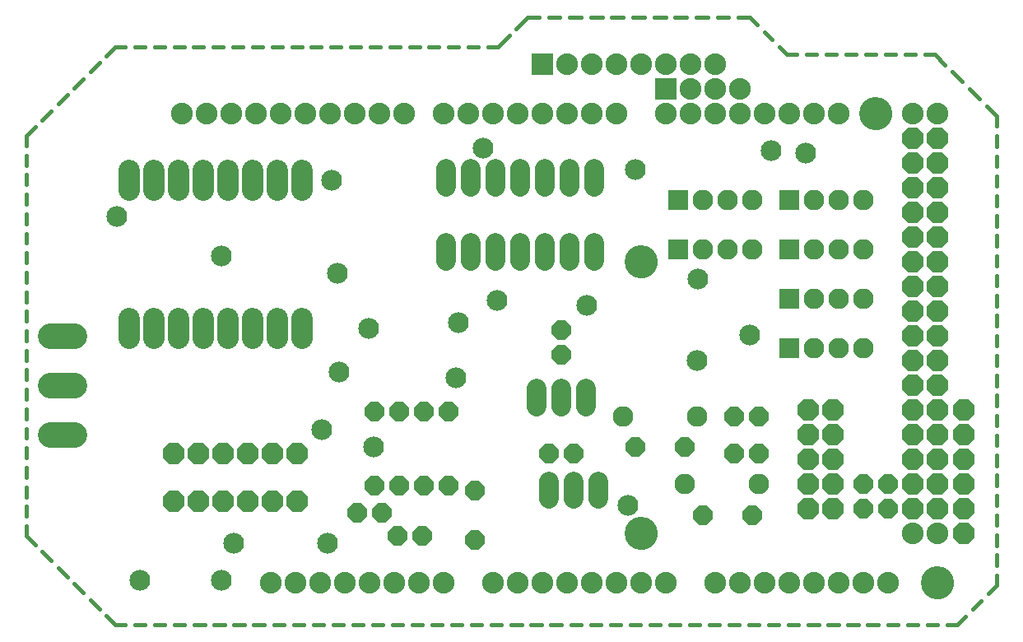
<source format=gbs>
G75*
%MOIN*%
%OFA0B0*%
%FSLAX25Y25*%
%IPPOS*%
%LPD*%
%AMOC8*
5,1,8,0,0,1.08239X$1,22.5*
%
%ADD10C,0.01600*%
%ADD11OC8,0.08800*%
%ADD12OC8,0.08000*%
%ADD13C,0.08343*%
%ADD14C,0.08000*%
%ADD15R,0.08343X0.08343*%
%ADD16C,0.08800*%
%ADD17C,0.00000*%
%ADD18C,0.13398*%
%ADD19C,0.10300*%
%ADD20C,0.08800*%
%ADD21R,0.08800X0.08800*%
%ADD22C,0.08400*%
D10*
X0083669Y0064144D02*
X0087349Y0060464D01*
X0090133Y0057680D02*
X0093813Y0054000D01*
X0097898Y0054000D01*
X0101835Y0054000D02*
X0105920Y0054000D01*
X0109857Y0054000D02*
X0113941Y0054000D01*
X0117878Y0054000D02*
X0121963Y0054000D01*
X0125900Y0054000D02*
X0129985Y0054000D01*
X0133922Y0054000D02*
X0138007Y0054000D01*
X0141944Y0054000D02*
X0146029Y0054000D01*
X0149966Y0054000D02*
X0154050Y0054000D01*
X0157987Y0054000D02*
X0162072Y0054000D01*
X0166009Y0054000D02*
X0170094Y0054000D01*
X0174031Y0054000D02*
X0178116Y0054000D01*
X0182053Y0054000D02*
X0186137Y0054000D01*
X0190074Y0054000D02*
X0194159Y0054000D01*
X0198096Y0054000D02*
X0202181Y0054000D01*
X0206118Y0054000D02*
X0210203Y0054000D01*
X0214140Y0054000D02*
X0218225Y0054000D01*
X0222162Y0054000D02*
X0226246Y0054000D01*
X0230183Y0054000D02*
X0234268Y0054000D01*
X0238205Y0054000D02*
X0242290Y0054000D01*
X0246227Y0054000D02*
X0250312Y0054000D01*
X0254249Y0054000D02*
X0258334Y0054000D01*
X0262271Y0054000D02*
X0266355Y0054000D01*
X0270292Y0054000D02*
X0274377Y0054000D01*
X0278314Y0054000D02*
X0282399Y0054000D01*
X0286336Y0054000D02*
X0290421Y0054000D01*
X0294358Y0054000D02*
X0298443Y0054000D01*
X0302380Y0054000D02*
X0306464Y0054000D01*
X0310401Y0054000D02*
X0314486Y0054000D01*
X0318423Y0054000D02*
X0322508Y0054000D01*
X0326445Y0054000D02*
X0330530Y0054000D01*
X0334467Y0054000D02*
X0338552Y0054000D01*
X0342489Y0054000D02*
X0346573Y0054000D01*
X0350510Y0054000D02*
X0354595Y0054000D01*
X0358532Y0054000D02*
X0362617Y0054000D01*
X0366554Y0054000D02*
X0370639Y0054000D01*
X0374576Y0054000D02*
X0378660Y0054000D01*
X0382597Y0054000D02*
X0386682Y0054000D01*
X0390619Y0054000D02*
X0394704Y0054000D01*
X0398641Y0054000D02*
X0402726Y0054000D01*
X0406663Y0054000D02*
X0410748Y0054000D01*
X0414685Y0054000D02*
X0418769Y0054000D01*
X0422706Y0054000D02*
X0426791Y0054000D01*
X0430728Y0054000D02*
X0434813Y0054000D01*
X0438290Y0057477D01*
X0441074Y0060261D02*
X0444552Y0063739D01*
X0447336Y0066523D02*
X0450813Y0070000D01*
X0450813Y0074144D01*
X0450813Y0078081D02*
X0450813Y0082224D01*
X0450813Y0086161D02*
X0450813Y0090305D01*
X0450813Y0094242D02*
X0450813Y0098386D01*
X0450813Y0102323D02*
X0450813Y0106467D01*
X0450813Y0110404D02*
X0450813Y0114547D01*
X0450813Y0118484D02*
X0450813Y0122628D01*
X0450813Y0126565D02*
X0450813Y0130709D01*
X0450813Y0134646D02*
X0450813Y0138789D01*
X0450813Y0142726D02*
X0450813Y0146870D01*
X0450813Y0150807D02*
X0450813Y0154951D01*
X0450813Y0158888D02*
X0450813Y0163031D01*
X0450813Y0166969D02*
X0450813Y0171112D01*
X0450813Y0175049D02*
X0450813Y0179193D01*
X0450813Y0183130D02*
X0450813Y0187274D01*
X0450813Y0191211D02*
X0450813Y0195354D01*
X0450813Y0199291D02*
X0450813Y0203435D01*
X0450813Y0207372D02*
X0450813Y0211516D01*
X0450813Y0215453D02*
X0450813Y0219596D01*
X0450813Y0223533D02*
X0450813Y0227677D01*
X0450813Y0231614D02*
X0450813Y0235758D01*
X0450813Y0239695D02*
X0450813Y0243839D01*
X0450813Y0247776D02*
X0450813Y0251919D01*
X0450813Y0255856D02*
X0450813Y0260000D01*
X0446651Y0264162D01*
X0443867Y0266946D02*
X0439705Y0271108D01*
X0436921Y0273892D02*
X0432759Y0278054D01*
X0429975Y0280838D02*
X0425813Y0285000D01*
X0421758Y0285000D01*
X0417821Y0285000D02*
X0413766Y0285000D01*
X0409829Y0285000D02*
X0405774Y0285000D01*
X0401837Y0285000D02*
X0397782Y0285000D01*
X0393845Y0285000D02*
X0389789Y0285000D01*
X0385852Y0285000D02*
X0381797Y0285000D01*
X0377860Y0285000D02*
X0373805Y0285000D01*
X0369868Y0285000D02*
X0365813Y0285000D01*
X0362669Y0288144D01*
X0359885Y0290928D02*
X0356741Y0294072D01*
X0353957Y0296856D02*
X0350813Y0300000D01*
X0346210Y0300000D01*
X0342273Y0300000D02*
X0337671Y0300000D01*
X0333734Y0300000D02*
X0329131Y0300000D01*
X0325194Y0300000D02*
X0320591Y0300000D01*
X0316654Y0300000D02*
X0312051Y0300000D01*
X0308114Y0300000D02*
X0303512Y0300000D01*
X0299575Y0300000D02*
X0294972Y0300000D01*
X0291035Y0300000D02*
X0286432Y0300000D01*
X0282495Y0300000D02*
X0277892Y0300000D01*
X0273955Y0300000D02*
X0269353Y0300000D01*
X0265416Y0300000D02*
X0260813Y0300000D01*
X0256205Y0295392D01*
X0253421Y0292608D02*
X0248813Y0288000D01*
X0244803Y0288000D01*
X0240866Y0288000D02*
X0236856Y0288000D01*
X0232919Y0288000D02*
X0228909Y0288000D01*
X0224972Y0288000D02*
X0220963Y0288000D01*
X0217026Y0288000D02*
X0213016Y0288000D01*
X0209079Y0288000D02*
X0205069Y0288000D01*
X0201132Y0288000D02*
X0197122Y0288000D01*
X0193185Y0288000D02*
X0189175Y0288000D01*
X0185238Y0288000D02*
X0181228Y0288000D01*
X0177291Y0288000D02*
X0173282Y0288000D01*
X0169345Y0288000D02*
X0165335Y0288000D01*
X0161398Y0288000D02*
X0157388Y0288000D01*
X0153451Y0288000D02*
X0149441Y0288000D01*
X0145504Y0288000D02*
X0141494Y0288000D01*
X0137557Y0288000D02*
X0133547Y0288000D01*
X0129610Y0288000D02*
X0125600Y0288000D01*
X0121663Y0288000D02*
X0117654Y0288000D01*
X0113717Y0288000D02*
X0109707Y0288000D01*
X0105770Y0288000D02*
X0101760Y0288000D01*
X0097823Y0288000D02*
X0093813Y0288000D01*
X0090133Y0284320D01*
X0087349Y0281536D02*
X0083669Y0277856D01*
X0080885Y0275072D02*
X0077205Y0271392D01*
X0074421Y0268608D02*
X0070741Y0264928D01*
X0067957Y0262144D02*
X0064277Y0258464D01*
X0061493Y0255680D02*
X0057813Y0252000D01*
X0057813Y0248035D01*
X0057813Y0244098D02*
X0057813Y0240133D01*
X0057813Y0236196D02*
X0057813Y0232232D01*
X0057813Y0228295D02*
X0057813Y0224330D01*
X0057813Y0220393D02*
X0057813Y0216428D01*
X0057813Y0212491D02*
X0057813Y0208526D01*
X0057813Y0204589D02*
X0057813Y0200625D01*
X0057813Y0196688D02*
X0057813Y0192723D01*
X0057813Y0188786D02*
X0057813Y0184821D01*
X0057813Y0180884D02*
X0057813Y0176919D01*
X0057813Y0172982D02*
X0057813Y0169018D01*
X0057813Y0165081D02*
X0057813Y0161116D01*
X0057813Y0157179D02*
X0057813Y0153214D01*
X0057813Y0149277D02*
X0057813Y0145312D01*
X0057813Y0141375D02*
X0057813Y0137411D01*
X0057813Y0133474D02*
X0057813Y0129509D01*
X0057813Y0125572D02*
X0057813Y0121607D01*
X0057813Y0117670D02*
X0057813Y0113705D01*
X0057813Y0109768D02*
X0057813Y0105804D01*
X0057813Y0101867D02*
X0057813Y0097902D01*
X0057813Y0093965D02*
X0057813Y0090000D01*
X0061493Y0086320D01*
X0064277Y0083536D02*
X0067957Y0079856D01*
X0070741Y0077072D02*
X0074421Y0073392D01*
X0077205Y0070608D02*
X0080885Y0066928D01*
D11*
X0117313Y0104000D03*
X0127313Y0104000D03*
X0137313Y0104000D03*
X0147313Y0104000D03*
X0157313Y0104000D03*
X0167313Y0104000D03*
X0167313Y0123500D03*
X0157313Y0123500D03*
X0147313Y0123500D03*
X0137313Y0123500D03*
X0127313Y0123500D03*
X0117313Y0123500D03*
X0374313Y0121000D03*
X0384313Y0121000D03*
X0384313Y0111000D03*
X0374313Y0111000D03*
X0374313Y0101000D03*
X0384313Y0101000D03*
X0416813Y0101000D03*
X0426813Y0101000D03*
X0437313Y0101000D03*
X0437313Y0091000D03*
X0437313Y0111000D03*
X0426813Y0111000D03*
X0416813Y0111000D03*
X0416813Y0121000D03*
X0426813Y0121000D03*
X0437313Y0121000D03*
X0437313Y0131000D03*
X0426813Y0131000D03*
X0416813Y0131000D03*
X0416813Y0141000D03*
X0426813Y0141000D03*
X0437313Y0141000D03*
X0426813Y0151000D03*
X0416813Y0151000D03*
X0416813Y0161000D03*
X0426813Y0161000D03*
X0426813Y0171000D03*
X0416813Y0171000D03*
X0416813Y0181000D03*
X0426813Y0181000D03*
X0426813Y0191000D03*
X0416813Y0191000D03*
X0416813Y0201000D03*
X0426813Y0201000D03*
X0426813Y0211000D03*
X0416813Y0211000D03*
X0416813Y0221000D03*
X0426813Y0221000D03*
X0426813Y0231000D03*
X0416813Y0231000D03*
X0416813Y0241000D03*
X0426813Y0241000D03*
X0426813Y0251000D03*
X0416813Y0251000D03*
X0384313Y0141000D03*
X0374313Y0141000D03*
X0374313Y0131000D03*
X0384313Y0131000D03*
D12*
X0396813Y0111000D03*
X0406813Y0111000D03*
X0406813Y0101000D03*
X0396813Y0101000D03*
X0354313Y0123500D03*
X0344313Y0123500D03*
X0344313Y0138500D03*
X0354313Y0138500D03*
X0324313Y0126000D03*
X0304313Y0126000D03*
X0279313Y0123500D03*
X0269313Y0123500D03*
X0239313Y0108500D03*
X0228813Y0110500D03*
X0218813Y0110500D03*
X0208813Y0110500D03*
X0198813Y0110500D03*
X0201813Y0099500D03*
X0191813Y0099500D03*
X0208063Y0090000D03*
X0218063Y0090000D03*
X0239313Y0088500D03*
X0228813Y0140500D03*
X0218813Y0140500D03*
X0208813Y0140500D03*
X0198813Y0140500D03*
X0274313Y0163500D03*
X0274313Y0173500D03*
X0331813Y0098500D03*
X0351813Y0098500D03*
D13*
X0354313Y0111000D03*
X0324313Y0111000D03*
X0329313Y0138500D03*
X0299313Y0138500D03*
X0376813Y0166000D03*
X0386813Y0166000D03*
X0396813Y0166000D03*
X0396813Y0186000D03*
X0386813Y0186000D03*
X0376813Y0186000D03*
X0376813Y0206000D03*
X0386813Y0206000D03*
X0396813Y0206000D03*
X0396813Y0226000D03*
X0386813Y0226000D03*
X0376813Y0226000D03*
X0351813Y0226000D03*
X0341813Y0226000D03*
X0331813Y0226000D03*
X0331813Y0206000D03*
X0341813Y0206000D03*
X0351813Y0206000D03*
D14*
X0287813Y0208600D02*
X0287813Y0201400D01*
X0277813Y0201400D02*
X0277813Y0208600D01*
X0267813Y0208600D02*
X0267813Y0201400D01*
X0257813Y0201400D02*
X0257813Y0208600D01*
X0247813Y0208600D02*
X0247813Y0201400D01*
X0237813Y0201400D02*
X0237813Y0208600D01*
X0227813Y0208600D02*
X0227813Y0201400D01*
X0227813Y0231400D02*
X0227813Y0238600D01*
X0237813Y0238600D02*
X0237813Y0231400D01*
X0247813Y0231400D02*
X0247813Y0238600D01*
X0257813Y0238600D02*
X0257813Y0231400D01*
X0267813Y0231400D02*
X0267813Y0238600D01*
X0277813Y0238600D02*
X0277813Y0231400D01*
X0287813Y0231400D02*
X0287813Y0238600D01*
X0284313Y0149600D02*
X0284313Y0142400D01*
X0274313Y0142400D02*
X0274313Y0149600D01*
X0264313Y0149600D02*
X0264313Y0142400D01*
X0269313Y0112100D02*
X0269313Y0104900D01*
X0279313Y0104900D02*
X0279313Y0112100D01*
X0289313Y0112100D02*
X0289313Y0104900D01*
D15*
X0366813Y0166000D03*
X0366813Y0186000D03*
X0366813Y0206000D03*
X0366813Y0226000D03*
X0321813Y0226000D03*
X0321813Y0206000D03*
D16*
X0316813Y0261000D03*
X0326813Y0261000D03*
X0336813Y0261000D03*
X0346813Y0261000D03*
X0356813Y0261000D03*
X0366813Y0261000D03*
X0376813Y0261000D03*
X0386813Y0261000D03*
X0416813Y0261000D03*
X0426813Y0261000D03*
X0346813Y0271000D03*
X0336813Y0271000D03*
X0326813Y0271000D03*
X0326813Y0281000D03*
X0316813Y0281000D03*
X0306813Y0281000D03*
X0296813Y0281000D03*
X0286813Y0281000D03*
X0276813Y0281000D03*
X0276813Y0261000D03*
X0266813Y0261000D03*
X0256813Y0261000D03*
X0246813Y0261000D03*
X0236813Y0261000D03*
X0226813Y0261000D03*
X0210813Y0261000D03*
X0200813Y0261000D03*
X0190813Y0261000D03*
X0180813Y0261000D03*
X0170813Y0261000D03*
X0160813Y0261000D03*
X0150813Y0261000D03*
X0140813Y0261000D03*
X0130813Y0261000D03*
X0120813Y0261000D03*
X0286813Y0261000D03*
X0296813Y0261000D03*
X0336813Y0281000D03*
X0416813Y0091000D03*
X0426813Y0091000D03*
X0406813Y0071000D03*
X0396813Y0071000D03*
X0386813Y0071000D03*
X0376813Y0071000D03*
X0366813Y0071000D03*
X0356813Y0071000D03*
X0346813Y0071000D03*
X0336813Y0071000D03*
X0316813Y0071000D03*
X0306813Y0071000D03*
X0296813Y0071000D03*
X0286813Y0071000D03*
X0276813Y0071000D03*
X0266813Y0071000D03*
X0256813Y0071000D03*
X0246813Y0071000D03*
X0226813Y0071000D03*
X0216813Y0071000D03*
X0206813Y0071000D03*
X0196813Y0071000D03*
X0186813Y0071000D03*
X0176813Y0071000D03*
X0166813Y0071000D03*
X0156813Y0071000D03*
D17*
X0300514Y0091000D02*
X0300516Y0091158D01*
X0300522Y0091316D01*
X0300532Y0091474D01*
X0300546Y0091632D01*
X0300564Y0091789D01*
X0300585Y0091946D01*
X0300611Y0092102D01*
X0300641Y0092258D01*
X0300674Y0092413D01*
X0300712Y0092566D01*
X0300753Y0092719D01*
X0300798Y0092871D01*
X0300847Y0093022D01*
X0300900Y0093171D01*
X0300956Y0093319D01*
X0301016Y0093465D01*
X0301080Y0093610D01*
X0301148Y0093753D01*
X0301219Y0093895D01*
X0301293Y0094035D01*
X0301371Y0094172D01*
X0301453Y0094308D01*
X0301537Y0094442D01*
X0301626Y0094573D01*
X0301717Y0094702D01*
X0301812Y0094829D01*
X0301909Y0094954D01*
X0302010Y0095076D01*
X0302114Y0095195D01*
X0302221Y0095312D01*
X0302331Y0095426D01*
X0302444Y0095537D01*
X0302559Y0095646D01*
X0302677Y0095751D01*
X0302798Y0095853D01*
X0302921Y0095953D01*
X0303047Y0096049D01*
X0303175Y0096142D01*
X0303305Y0096232D01*
X0303438Y0096318D01*
X0303573Y0096402D01*
X0303709Y0096481D01*
X0303848Y0096558D01*
X0303989Y0096630D01*
X0304131Y0096700D01*
X0304275Y0096765D01*
X0304421Y0096827D01*
X0304568Y0096885D01*
X0304717Y0096940D01*
X0304867Y0096991D01*
X0305018Y0097038D01*
X0305170Y0097081D01*
X0305323Y0097120D01*
X0305478Y0097156D01*
X0305633Y0097187D01*
X0305789Y0097215D01*
X0305945Y0097239D01*
X0306102Y0097259D01*
X0306260Y0097275D01*
X0306417Y0097287D01*
X0306576Y0097295D01*
X0306734Y0097299D01*
X0306892Y0097299D01*
X0307050Y0097295D01*
X0307209Y0097287D01*
X0307366Y0097275D01*
X0307524Y0097259D01*
X0307681Y0097239D01*
X0307837Y0097215D01*
X0307993Y0097187D01*
X0308148Y0097156D01*
X0308303Y0097120D01*
X0308456Y0097081D01*
X0308608Y0097038D01*
X0308759Y0096991D01*
X0308909Y0096940D01*
X0309058Y0096885D01*
X0309205Y0096827D01*
X0309351Y0096765D01*
X0309495Y0096700D01*
X0309637Y0096630D01*
X0309778Y0096558D01*
X0309917Y0096481D01*
X0310053Y0096402D01*
X0310188Y0096318D01*
X0310321Y0096232D01*
X0310451Y0096142D01*
X0310579Y0096049D01*
X0310705Y0095953D01*
X0310828Y0095853D01*
X0310949Y0095751D01*
X0311067Y0095646D01*
X0311182Y0095537D01*
X0311295Y0095426D01*
X0311405Y0095312D01*
X0311512Y0095195D01*
X0311616Y0095076D01*
X0311717Y0094954D01*
X0311814Y0094829D01*
X0311909Y0094702D01*
X0312000Y0094573D01*
X0312089Y0094442D01*
X0312173Y0094308D01*
X0312255Y0094172D01*
X0312333Y0094035D01*
X0312407Y0093895D01*
X0312478Y0093753D01*
X0312546Y0093610D01*
X0312610Y0093465D01*
X0312670Y0093319D01*
X0312726Y0093171D01*
X0312779Y0093022D01*
X0312828Y0092871D01*
X0312873Y0092719D01*
X0312914Y0092566D01*
X0312952Y0092413D01*
X0312985Y0092258D01*
X0313015Y0092102D01*
X0313041Y0091946D01*
X0313062Y0091789D01*
X0313080Y0091632D01*
X0313094Y0091474D01*
X0313104Y0091316D01*
X0313110Y0091158D01*
X0313112Y0091000D01*
X0313110Y0090842D01*
X0313104Y0090684D01*
X0313094Y0090526D01*
X0313080Y0090368D01*
X0313062Y0090211D01*
X0313041Y0090054D01*
X0313015Y0089898D01*
X0312985Y0089742D01*
X0312952Y0089587D01*
X0312914Y0089434D01*
X0312873Y0089281D01*
X0312828Y0089129D01*
X0312779Y0088978D01*
X0312726Y0088829D01*
X0312670Y0088681D01*
X0312610Y0088535D01*
X0312546Y0088390D01*
X0312478Y0088247D01*
X0312407Y0088105D01*
X0312333Y0087965D01*
X0312255Y0087828D01*
X0312173Y0087692D01*
X0312089Y0087558D01*
X0312000Y0087427D01*
X0311909Y0087298D01*
X0311814Y0087171D01*
X0311717Y0087046D01*
X0311616Y0086924D01*
X0311512Y0086805D01*
X0311405Y0086688D01*
X0311295Y0086574D01*
X0311182Y0086463D01*
X0311067Y0086354D01*
X0310949Y0086249D01*
X0310828Y0086147D01*
X0310705Y0086047D01*
X0310579Y0085951D01*
X0310451Y0085858D01*
X0310321Y0085768D01*
X0310188Y0085682D01*
X0310053Y0085598D01*
X0309917Y0085519D01*
X0309778Y0085442D01*
X0309637Y0085370D01*
X0309495Y0085300D01*
X0309351Y0085235D01*
X0309205Y0085173D01*
X0309058Y0085115D01*
X0308909Y0085060D01*
X0308759Y0085009D01*
X0308608Y0084962D01*
X0308456Y0084919D01*
X0308303Y0084880D01*
X0308148Y0084844D01*
X0307993Y0084813D01*
X0307837Y0084785D01*
X0307681Y0084761D01*
X0307524Y0084741D01*
X0307366Y0084725D01*
X0307209Y0084713D01*
X0307050Y0084705D01*
X0306892Y0084701D01*
X0306734Y0084701D01*
X0306576Y0084705D01*
X0306417Y0084713D01*
X0306260Y0084725D01*
X0306102Y0084741D01*
X0305945Y0084761D01*
X0305789Y0084785D01*
X0305633Y0084813D01*
X0305478Y0084844D01*
X0305323Y0084880D01*
X0305170Y0084919D01*
X0305018Y0084962D01*
X0304867Y0085009D01*
X0304717Y0085060D01*
X0304568Y0085115D01*
X0304421Y0085173D01*
X0304275Y0085235D01*
X0304131Y0085300D01*
X0303989Y0085370D01*
X0303848Y0085442D01*
X0303709Y0085519D01*
X0303573Y0085598D01*
X0303438Y0085682D01*
X0303305Y0085768D01*
X0303175Y0085858D01*
X0303047Y0085951D01*
X0302921Y0086047D01*
X0302798Y0086147D01*
X0302677Y0086249D01*
X0302559Y0086354D01*
X0302444Y0086463D01*
X0302331Y0086574D01*
X0302221Y0086688D01*
X0302114Y0086805D01*
X0302010Y0086924D01*
X0301909Y0087046D01*
X0301812Y0087171D01*
X0301717Y0087298D01*
X0301626Y0087427D01*
X0301537Y0087558D01*
X0301453Y0087692D01*
X0301371Y0087828D01*
X0301293Y0087965D01*
X0301219Y0088105D01*
X0301148Y0088247D01*
X0301080Y0088390D01*
X0301016Y0088535D01*
X0300956Y0088681D01*
X0300900Y0088829D01*
X0300847Y0088978D01*
X0300798Y0089129D01*
X0300753Y0089281D01*
X0300712Y0089434D01*
X0300674Y0089587D01*
X0300641Y0089742D01*
X0300611Y0089898D01*
X0300585Y0090054D01*
X0300564Y0090211D01*
X0300546Y0090368D01*
X0300532Y0090526D01*
X0300522Y0090684D01*
X0300516Y0090842D01*
X0300514Y0091000D01*
X0420514Y0071000D02*
X0420516Y0071158D01*
X0420522Y0071316D01*
X0420532Y0071474D01*
X0420546Y0071632D01*
X0420564Y0071789D01*
X0420585Y0071946D01*
X0420611Y0072102D01*
X0420641Y0072258D01*
X0420674Y0072413D01*
X0420712Y0072566D01*
X0420753Y0072719D01*
X0420798Y0072871D01*
X0420847Y0073022D01*
X0420900Y0073171D01*
X0420956Y0073319D01*
X0421016Y0073465D01*
X0421080Y0073610D01*
X0421148Y0073753D01*
X0421219Y0073895D01*
X0421293Y0074035D01*
X0421371Y0074172D01*
X0421453Y0074308D01*
X0421537Y0074442D01*
X0421626Y0074573D01*
X0421717Y0074702D01*
X0421812Y0074829D01*
X0421909Y0074954D01*
X0422010Y0075076D01*
X0422114Y0075195D01*
X0422221Y0075312D01*
X0422331Y0075426D01*
X0422444Y0075537D01*
X0422559Y0075646D01*
X0422677Y0075751D01*
X0422798Y0075853D01*
X0422921Y0075953D01*
X0423047Y0076049D01*
X0423175Y0076142D01*
X0423305Y0076232D01*
X0423438Y0076318D01*
X0423573Y0076402D01*
X0423709Y0076481D01*
X0423848Y0076558D01*
X0423989Y0076630D01*
X0424131Y0076700D01*
X0424275Y0076765D01*
X0424421Y0076827D01*
X0424568Y0076885D01*
X0424717Y0076940D01*
X0424867Y0076991D01*
X0425018Y0077038D01*
X0425170Y0077081D01*
X0425323Y0077120D01*
X0425478Y0077156D01*
X0425633Y0077187D01*
X0425789Y0077215D01*
X0425945Y0077239D01*
X0426102Y0077259D01*
X0426260Y0077275D01*
X0426417Y0077287D01*
X0426576Y0077295D01*
X0426734Y0077299D01*
X0426892Y0077299D01*
X0427050Y0077295D01*
X0427209Y0077287D01*
X0427366Y0077275D01*
X0427524Y0077259D01*
X0427681Y0077239D01*
X0427837Y0077215D01*
X0427993Y0077187D01*
X0428148Y0077156D01*
X0428303Y0077120D01*
X0428456Y0077081D01*
X0428608Y0077038D01*
X0428759Y0076991D01*
X0428909Y0076940D01*
X0429058Y0076885D01*
X0429205Y0076827D01*
X0429351Y0076765D01*
X0429495Y0076700D01*
X0429637Y0076630D01*
X0429778Y0076558D01*
X0429917Y0076481D01*
X0430053Y0076402D01*
X0430188Y0076318D01*
X0430321Y0076232D01*
X0430451Y0076142D01*
X0430579Y0076049D01*
X0430705Y0075953D01*
X0430828Y0075853D01*
X0430949Y0075751D01*
X0431067Y0075646D01*
X0431182Y0075537D01*
X0431295Y0075426D01*
X0431405Y0075312D01*
X0431512Y0075195D01*
X0431616Y0075076D01*
X0431717Y0074954D01*
X0431814Y0074829D01*
X0431909Y0074702D01*
X0432000Y0074573D01*
X0432089Y0074442D01*
X0432173Y0074308D01*
X0432255Y0074172D01*
X0432333Y0074035D01*
X0432407Y0073895D01*
X0432478Y0073753D01*
X0432546Y0073610D01*
X0432610Y0073465D01*
X0432670Y0073319D01*
X0432726Y0073171D01*
X0432779Y0073022D01*
X0432828Y0072871D01*
X0432873Y0072719D01*
X0432914Y0072566D01*
X0432952Y0072413D01*
X0432985Y0072258D01*
X0433015Y0072102D01*
X0433041Y0071946D01*
X0433062Y0071789D01*
X0433080Y0071632D01*
X0433094Y0071474D01*
X0433104Y0071316D01*
X0433110Y0071158D01*
X0433112Y0071000D01*
X0433110Y0070842D01*
X0433104Y0070684D01*
X0433094Y0070526D01*
X0433080Y0070368D01*
X0433062Y0070211D01*
X0433041Y0070054D01*
X0433015Y0069898D01*
X0432985Y0069742D01*
X0432952Y0069587D01*
X0432914Y0069434D01*
X0432873Y0069281D01*
X0432828Y0069129D01*
X0432779Y0068978D01*
X0432726Y0068829D01*
X0432670Y0068681D01*
X0432610Y0068535D01*
X0432546Y0068390D01*
X0432478Y0068247D01*
X0432407Y0068105D01*
X0432333Y0067965D01*
X0432255Y0067828D01*
X0432173Y0067692D01*
X0432089Y0067558D01*
X0432000Y0067427D01*
X0431909Y0067298D01*
X0431814Y0067171D01*
X0431717Y0067046D01*
X0431616Y0066924D01*
X0431512Y0066805D01*
X0431405Y0066688D01*
X0431295Y0066574D01*
X0431182Y0066463D01*
X0431067Y0066354D01*
X0430949Y0066249D01*
X0430828Y0066147D01*
X0430705Y0066047D01*
X0430579Y0065951D01*
X0430451Y0065858D01*
X0430321Y0065768D01*
X0430188Y0065682D01*
X0430053Y0065598D01*
X0429917Y0065519D01*
X0429778Y0065442D01*
X0429637Y0065370D01*
X0429495Y0065300D01*
X0429351Y0065235D01*
X0429205Y0065173D01*
X0429058Y0065115D01*
X0428909Y0065060D01*
X0428759Y0065009D01*
X0428608Y0064962D01*
X0428456Y0064919D01*
X0428303Y0064880D01*
X0428148Y0064844D01*
X0427993Y0064813D01*
X0427837Y0064785D01*
X0427681Y0064761D01*
X0427524Y0064741D01*
X0427366Y0064725D01*
X0427209Y0064713D01*
X0427050Y0064705D01*
X0426892Y0064701D01*
X0426734Y0064701D01*
X0426576Y0064705D01*
X0426417Y0064713D01*
X0426260Y0064725D01*
X0426102Y0064741D01*
X0425945Y0064761D01*
X0425789Y0064785D01*
X0425633Y0064813D01*
X0425478Y0064844D01*
X0425323Y0064880D01*
X0425170Y0064919D01*
X0425018Y0064962D01*
X0424867Y0065009D01*
X0424717Y0065060D01*
X0424568Y0065115D01*
X0424421Y0065173D01*
X0424275Y0065235D01*
X0424131Y0065300D01*
X0423989Y0065370D01*
X0423848Y0065442D01*
X0423709Y0065519D01*
X0423573Y0065598D01*
X0423438Y0065682D01*
X0423305Y0065768D01*
X0423175Y0065858D01*
X0423047Y0065951D01*
X0422921Y0066047D01*
X0422798Y0066147D01*
X0422677Y0066249D01*
X0422559Y0066354D01*
X0422444Y0066463D01*
X0422331Y0066574D01*
X0422221Y0066688D01*
X0422114Y0066805D01*
X0422010Y0066924D01*
X0421909Y0067046D01*
X0421812Y0067171D01*
X0421717Y0067298D01*
X0421626Y0067427D01*
X0421537Y0067558D01*
X0421453Y0067692D01*
X0421371Y0067828D01*
X0421293Y0067965D01*
X0421219Y0068105D01*
X0421148Y0068247D01*
X0421080Y0068390D01*
X0421016Y0068535D01*
X0420956Y0068681D01*
X0420900Y0068829D01*
X0420847Y0068978D01*
X0420798Y0069129D01*
X0420753Y0069281D01*
X0420712Y0069434D01*
X0420674Y0069587D01*
X0420641Y0069742D01*
X0420611Y0069898D01*
X0420585Y0070054D01*
X0420564Y0070211D01*
X0420546Y0070368D01*
X0420532Y0070526D01*
X0420522Y0070684D01*
X0420516Y0070842D01*
X0420514Y0071000D01*
X0300514Y0201000D02*
X0300516Y0201158D01*
X0300522Y0201316D01*
X0300532Y0201474D01*
X0300546Y0201632D01*
X0300564Y0201789D01*
X0300585Y0201946D01*
X0300611Y0202102D01*
X0300641Y0202258D01*
X0300674Y0202413D01*
X0300712Y0202566D01*
X0300753Y0202719D01*
X0300798Y0202871D01*
X0300847Y0203022D01*
X0300900Y0203171D01*
X0300956Y0203319D01*
X0301016Y0203465D01*
X0301080Y0203610D01*
X0301148Y0203753D01*
X0301219Y0203895D01*
X0301293Y0204035D01*
X0301371Y0204172D01*
X0301453Y0204308D01*
X0301537Y0204442D01*
X0301626Y0204573D01*
X0301717Y0204702D01*
X0301812Y0204829D01*
X0301909Y0204954D01*
X0302010Y0205076D01*
X0302114Y0205195D01*
X0302221Y0205312D01*
X0302331Y0205426D01*
X0302444Y0205537D01*
X0302559Y0205646D01*
X0302677Y0205751D01*
X0302798Y0205853D01*
X0302921Y0205953D01*
X0303047Y0206049D01*
X0303175Y0206142D01*
X0303305Y0206232D01*
X0303438Y0206318D01*
X0303573Y0206402D01*
X0303709Y0206481D01*
X0303848Y0206558D01*
X0303989Y0206630D01*
X0304131Y0206700D01*
X0304275Y0206765D01*
X0304421Y0206827D01*
X0304568Y0206885D01*
X0304717Y0206940D01*
X0304867Y0206991D01*
X0305018Y0207038D01*
X0305170Y0207081D01*
X0305323Y0207120D01*
X0305478Y0207156D01*
X0305633Y0207187D01*
X0305789Y0207215D01*
X0305945Y0207239D01*
X0306102Y0207259D01*
X0306260Y0207275D01*
X0306417Y0207287D01*
X0306576Y0207295D01*
X0306734Y0207299D01*
X0306892Y0207299D01*
X0307050Y0207295D01*
X0307209Y0207287D01*
X0307366Y0207275D01*
X0307524Y0207259D01*
X0307681Y0207239D01*
X0307837Y0207215D01*
X0307993Y0207187D01*
X0308148Y0207156D01*
X0308303Y0207120D01*
X0308456Y0207081D01*
X0308608Y0207038D01*
X0308759Y0206991D01*
X0308909Y0206940D01*
X0309058Y0206885D01*
X0309205Y0206827D01*
X0309351Y0206765D01*
X0309495Y0206700D01*
X0309637Y0206630D01*
X0309778Y0206558D01*
X0309917Y0206481D01*
X0310053Y0206402D01*
X0310188Y0206318D01*
X0310321Y0206232D01*
X0310451Y0206142D01*
X0310579Y0206049D01*
X0310705Y0205953D01*
X0310828Y0205853D01*
X0310949Y0205751D01*
X0311067Y0205646D01*
X0311182Y0205537D01*
X0311295Y0205426D01*
X0311405Y0205312D01*
X0311512Y0205195D01*
X0311616Y0205076D01*
X0311717Y0204954D01*
X0311814Y0204829D01*
X0311909Y0204702D01*
X0312000Y0204573D01*
X0312089Y0204442D01*
X0312173Y0204308D01*
X0312255Y0204172D01*
X0312333Y0204035D01*
X0312407Y0203895D01*
X0312478Y0203753D01*
X0312546Y0203610D01*
X0312610Y0203465D01*
X0312670Y0203319D01*
X0312726Y0203171D01*
X0312779Y0203022D01*
X0312828Y0202871D01*
X0312873Y0202719D01*
X0312914Y0202566D01*
X0312952Y0202413D01*
X0312985Y0202258D01*
X0313015Y0202102D01*
X0313041Y0201946D01*
X0313062Y0201789D01*
X0313080Y0201632D01*
X0313094Y0201474D01*
X0313104Y0201316D01*
X0313110Y0201158D01*
X0313112Y0201000D01*
X0313110Y0200842D01*
X0313104Y0200684D01*
X0313094Y0200526D01*
X0313080Y0200368D01*
X0313062Y0200211D01*
X0313041Y0200054D01*
X0313015Y0199898D01*
X0312985Y0199742D01*
X0312952Y0199587D01*
X0312914Y0199434D01*
X0312873Y0199281D01*
X0312828Y0199129D01*
X0312779Y0198978D01*
X0312726Y0198829D01*
X0312670Y0198681D01*
X0312610Y0198535D01*
X0312546Y0198390D01*
X0312478Y0198247D01*
X0312407Y0198105D01*
X0312333Y0197965D01*
X0312255Y0197828D01*
X0312173Y0197692D01*
X0312089Y0197558D01*
X0312000Y0197427D01*
X0311909Y0197298D01*
X0311814Y0197171D01*
X0311717Y0197046D01*
X0311616Y0196924D01*
X0311512Y0196805D01*
X0311405Y0196688D01*
X0311295Y0196574D01*
X0311182Y0196463D01*
X0311067Y0196354D01*
X0310949Y0196249D01*
X0310828Y0196147D01*
X0310705Y0196047D01*
X0310579Y0195951D01*
X0310451Y0195858D01*
X0310321Y0195768D01*
X0310188Y0195682D01*
X0310053Y0195598D01*
X0309917Y0195519D01*
X0309778Y0195442D01*
X0309637Y0195370D01*
X0309495Y0195300D01*
X0309351Y0195235D01*
X0309205Y0195173D01*
X0309058Y0195115D01*
X0308909Y0195060D01*
X0308759Y0195009D01*
X0308608Y0194962D01*
X0308456Y0194919D01*
X0308303Y0194880D01*
X0308148Y0194844D01*
X0307993Y0194813D01*
X0307837Y0194785D01*
X0307681Y0194761D01*
X0307524Y0194741D01*
X0307366Y0194725D01*
X0307209Y0194713D01*
X0307050Y0194705D01*
X0306892Y0194701D01*
X0306734Y0194701D01*
X0306576Y0194705D01*
X0306417Y0194713D01*
X0306260Y0194725D01*
X0306102Y0194741D01*
X0305945Y0194761D01*
X0305789Y0194785D01*
X0305633Y0194813D01*
X0305478Y0194844D01*
X0305323Y0194880D01*
X0305170Y0194919D01*
X0305018Y0194962D01*
X0304867Y0195009D01*
X0304717Y0195060D01*
X0304568Y0195115D01*
X0304421Y0195173D01*
X0304275Y0195235D01*
X0304131Y0195300D01*
X0303989Y0195370D01*
X0303848Y0195442D01*
X0303709Y0195519D01*
X0303573Y0195598D01*
X0303438Y0195682D01*
X0303305Y0195768D01*
X0303175Y0195858D01*
X0303047Y0195951D01*
X0302921Y0196047D01*
X0302798Y0196147D01*
X0302677Y0196249D01*
X0302559Y0196354D01*
X0302444Y0196463D01*
X0302331Y0196574D01*
X0302221Y0196688D01*
X0302114Y0196805D01*
X0302010Y0196924D01*
X0301909Y0197046D01*
X0301812Y0197171D01*
X0301717Y0197298D01*
X0301626Y0197427D01*
X0301537Y0197558D01*
X0301453Y0197692D01*
X0301371Y0197828D01*
X0301293Y0197965D01*
X0301219Y0198105D01*
X0301148Y0198247D01*
X0301080Y0198390D01*
X0301016Y0198535D01*
X0300956Y0198681D01*
X0300900Y0198829D01*
X0300847Y0198978D01*
X0300798Y0199129D01*
X0300753Y0199281D01*
X0300712Y0199434D01*
X0300674Y0199587D01*
X0300641Y0199742D01*
X0300611Y0199898D01*
X0300585Y0200054D01*
X0300564Y0200211D01*
X0300546Y0200368D01*
X0300532Y0200526D01*
X0300522Y0200684D01*
X0300516Y0200842D01*
X0300514Y0201000D01*
X0395514Y0261000D02*
X0395516Y0261158D01*
X0395522Y0261316D01*
X0395532Y0261474D01*
X0395546Y0261632D01*
X0395564Y0261789D01*
X0395585Y0261946D01*
X0395611Y0262102D01*
X0395641Y0262258D01*
X0395674Y0262413D01*
X0395712Y0262566D01*
X0395753Y0262719D01*
X0395798Y0262871D01*
X0395847Y0263022D01*
X0395900Y0263171D01*
X0395956Y0263319D01*
X0396016Y0263465D01*
X0396080Y0263610D01*
X0396148Y0263753D01*
X0396219Y0263895D01*
X0396293Y0264035D01*
X0396371Y0264172D01*
X0396453Y0264308D01*
X0396537Y0264442D01*
X0396626Y0264573D01*
X0396717Y0264702D01*
X0396812Y0264829D01*
X0396909Y0264954D01*
X0397010Y0265076D01*
X0397114Y0265195D01*
X0397221Y0265312D01*
X0397331Y0265426D01*
X0397444Y0265537D01*
X0397559Y0265646D01*
X0397677Y0265751D01*
X0397798Y0265853D01*
X0397921Y0265953D01*
X0398047Y0266049D01*
X0398175Y0266142D01*
X0398305Y0266232D01*
X0398438Y0266318D01*
X0398573Y0266402D01*
X0398709Y0266481D01*
X0398848Y0266558D01*
X0398989Y0266630D01*
X0399131Y0266700D01*
X0399275Y0266765D01*
X0399421Y0266827D01*
X0399568Y0266885D01*
X0399717Y0266940D01*
X0399867Y0266991D01*
X0400018Y0267038D01*
X0400170Y0267081D01*
X0400323Y0267120D01*
X0400478Y0267156D01*
X0400633Y0267187D01*
X0400789Y0267215D01*
X0400945Y0267239D01*
X0401102Y0267259D01*
X0401260Y0267275D01*
X0401417Y0267287D01*
X0401576Y0267295D01*
X0401734Y0267299D01*
X0401892Y0267299D01*
X0402050Y0267295D01*
X0402209Y0267287D01*
X0402366Y0267275D01*
X0402524Y0267259D01*
X0402681Y0267239D01*
X0402837Y0267215D01*
X0402993Y0267187D01*
X0403148Y0267156D01*
X0403303Y0267120D01*
X0403456Y0267081D01*
X0403608Y0267038D01*
X0403759Y0266991D01*
X0403909Y0266940D01*
X0404058Y0266885D01*
X0404205Y0266827D01*
X0404351Y0266765D01*
X0404495Y0266700D01*
X0404637Y0266630D01*
X0404778Y0266558D01*
X0404917Y0266481D01*
X0405053Y0266402D01*
X0405188Y0266318D01*
X0405321Y0266232D01*
X0405451Y0266142D01*
X0405579Y0266049D01*
X0405705Y0265953D01*
X0405828Y0265853D01*
X0405949Y0265751D01*
X0406067Y0265646D01*
X0406182Y0265537D01*
X0406295Y0265426D01*
X0406405Y0265312D01*
X0406512Y0265195D01*
X0406616Y0265076D01*
X0406717Y0264954D01*
X0406814Y0264829D01*
X0406909Y0264702D01*
X0407000Y0264573D01*
X0407089Y0264442D01*
X0407173Y0264308D01*
X0407255Y0264172D01*
X0407333Y0264035D01*
X0407407Y0263895D01*
X0407478Y0263753D01*
X0407546Y0263610D01*
X0407610Y0263465D01*
X0407670Y0263319D01*
X0407726Y0263171D01*
X0407779Y0263022D01*
X0407828Y0262871D01*
X0407873Y0262719D01*
X0407914Y0262566D01*
X0407952Y0262413D01*
X0407985Y0262258D01*
X0408015Y0262102D01*
X0408041Y0261946D01*
X0408062Y0261789D01*
X0408080Y0261632D01*
X0408094Y0261474D01*
X0408104Y0261316D01*
X0408110Y0261158D01*
X0408112Y0261000D01*
X0408110Y0260842D01*
X0408104Y0260684D01*
X0408094Y0260526D01*
X0408080Y0260368D01*
X0408062Y0260211D01*
X0408041Y0260054D01*
X0408015Y0259898D01*
X0407985Y0259742D01*
X0407952Y0259587D01*
X0407914Y0259434D01*
X0407873Y0259281D01*
X0407828Y0259129D01*
X0407779Y0258978D01*
X0407726Y0258829D01*
X0407670Y0258681D01*
X0407610Y0258535D01*
X0407546Y0258390D01*
X0407478Y0258247D01*
X0407407Y0258105D01*
X0407333Y0257965D01*
X0407255Y0257828D01*
X0407173Y0257692D01*
X0407089Y0257558D01*
X0407000Y0257427D01*
X0406909Y0257298D01*
X0406814Y0257171D01*
X0406717Y0257046D01*
X0406616Y0256924D01*
X0406512Y0256805D01*
X0406405Y0256688D01*
X0406295Y0256574D01*
X0406182Y0256463D01*
X0406067Y0256354D01*
X0405949Y0256249D01*
X0405828Y0256147D01*
X0405705Y0256047D01*
X0405579Y0255951D01*
X0405451Y0255858D01*
X0405321Y0255768D01*
X0405188Y0255682D01*
X0405053Y0255598D01*
X0404917Y0255519D01*
X0404778Y0255442D01*
X0404637Y0255370D01*
X0404495Y0255300D01*
X0404351Y0255235D01*
X0404205Y0255173D01*
X0404058Y0255115D01*
X0403909Y0255060D01*
X0403759Y0255009D01*
X0403608Y0254962D01*
X0403456Y0254919D01*
X0403303Y0254880D01*
X0403148Y0254844D01*
X0402993Y0254813D01*
X0402837Y0254785D01*
X0402681Y0254761D01*
X0402524Y0254741D01*
X0402366Y0254725D01*
X0402209Y0254713D01*
X0402050Y0254705D01*
X0401892Y0254701D01*
X0401734Y0254701D01*
X0401576Y0254705D01*
X0401417Y0254713D01*
X0401260Y0254725D01*
X0401102Y0254741D01*
X0400945Y0254761D01*
X0400789Y0254785D01*
X0400633Y0254813D01*
X0400478Y0254844D01*
X0400323Y0254880D01*
X0400170Y0254919D01*
X0400018Y0254962D01*
X0399867Y0255009D01*
X0399717Y0255060D01*
X0399568Y0255115D01*
X0399421Y0255173D01*
X0399275Y0255235D01*
X0399131Y0255300D01*
X0398989Y0255370D01*
X0398848Y0255442D01*
X0398709Y0255519D01*
X0398573Y0255598D01*
X0398438Y0255682D01*
X0398305Y0255768D01*
X0398175Y0255858D01*
X0398047Y0255951D01*
X0397921Y0256047D01*
X0397798Y0256147D01*
X0397677Y0256249D01*
X0397559Y0256354D01*
X0397444Y0256463D01*
X0397331Y0256574D01*
X0397221Y0256688D01*
X0397114Y0256805D01*
X0397010Y0256924D01*
X0396909Y0257046D01*
X0396812Y0257171D01*
X0396717Y0257298D01*
X0396626Y0257427D01*
X0396537Y0257558D01*
X0396453Y0257692D01*
X0396371Y0257828D01*
X0396293Y0257965D01*
X0396219Y0258105D01*
X0396148Y0258247D01*
X0396080Y0258390D01*
X0396016Y0258535D01*
X0395956Y0258681D01*
X0395900Y0258829D01*
X0395847Y0258978D01*
X0395798Y0259129D01*
X0395753Y0259281D01*
X0395712Y0259434D01*
X0395674Y0259587D01*
X0395641Y0259742D01*
X0395611Y0259898D01*
X0395585Y0260054D01*
X0395564Y0260211D01*
X0395546Y0260368D01*
X0395532Y0260526D01*
X0395522Y0260684D01*
X0395516Y0260842D01*
X0395514Y0261000D01*
D18*
X0401813Y0261000D03*
X0306813Y0201000D03*
X0306813Y0091000D03*
X0426813Y0071000D03*
D19*
X0077063Y0131000D02*
X0067563Y0131000D01*
X0067563Y0151000D02*
X0077063Y0151000D01*
X0077063Y0171000D02*
X0067563Y0171000D01*
D20*
X0099313Y0170000D02*
X0099313Y0178000D01*
X0109313Y0178000D02*
X0109313Y0170000D01*
X0119313Y0170000D02*
X0119313Y0178000D01*
X0129313Y0178000D02*
X0129313Y0170000D01*
X0139313Y0170000D02*
X0139313Y0178000D01*
X0149313Y0178000D02*
X0149313Y0170000D01*
X0159313Y0170000D02*
X0159313Y0178000D01*
X0169313Y0178000D02*
X0169313Y0170000D01*
X0169313Y0230000D02*
X0169313Y0238000D01*
X0159313Y0238000D02*
X0159313Y0230000D01*
X0149313Y0230000D02*
X0149313Y0238000D01*
X0139313Y0238000D02*
X0139313Y0230000D01*
X0129313Y0230000D02*
X0129313Y0238000D01*
X0119313Y0238000D02*
X0119313Y0230000D01*
X0109313Y0230000D02*
X0109313Y0238000D01*
X0099313Y0238000D02*
X0099313Y0230000D01*
D21*
X0266813Y0281000D03*
X0316813Y0271000D03*
D22*
X0359313Y0246000D03*
X0373313Y0245000D03*
X0304313Y0238500D03*
X0242813Y0247000D03*
X0181313Y0234000D03*
X0136813Y0203500D03*
X0094313Y0219500D03*
X0183813Y0196500D03*
X0196313Y0174000D03*
X0184313Y0156500D03*
X0177313Y0133000D03*
X0198313Y0126000D03*
X0231813Y0154000D03*
X0232813Y0176500D03*
X0248313Y0185500D03*
X0284813Y0183500D03*
X0329813Y0194000D03*
X0350813Y0171500D03*
X0329313Y0161000D03*
X0301313Y0102500D03*
X0179813Y0087000D03*
X0141813Y0087000D03*
X0136813Y0072000D03*
X0103813Y0072000D03*
M02*

</source>
